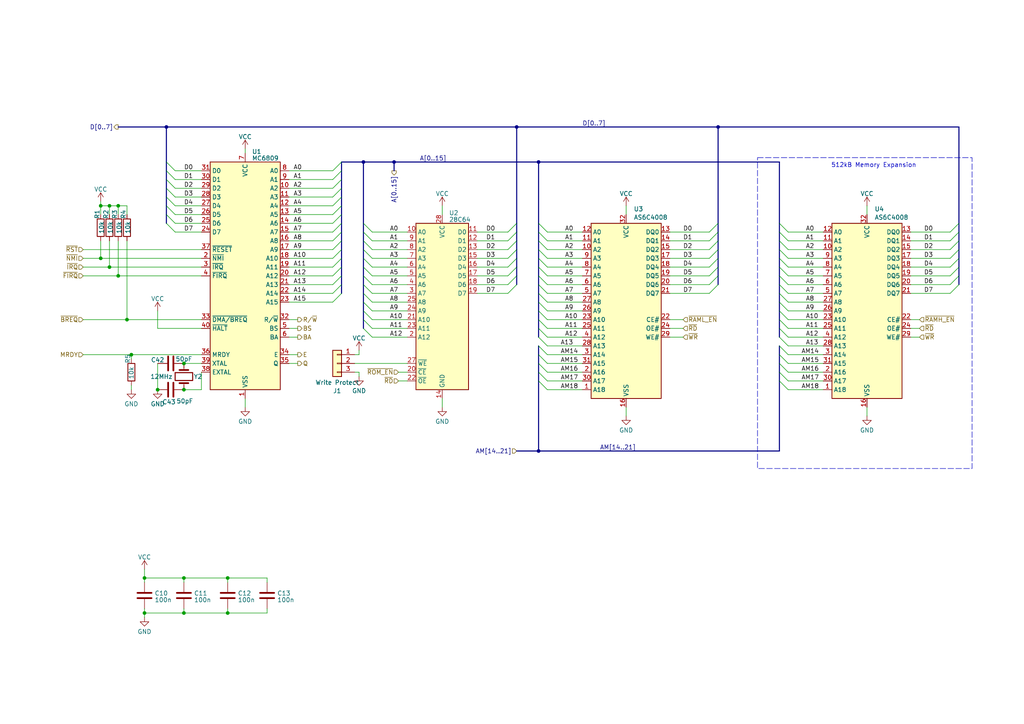
<source format=kicad_sch>
(kicad_sch (version 20231120) (generator "eeschema") (generator_version "8.0")
  (paper "A4")
  (lib_symbols
    (symbol "CPU_NXP_6800:MC6809"
      (property "Reference" "U" (at -7.62 34.29 0))
      (property "Value" "MC6809" (at 10.16 34.29 0))
      (symbol "MC6809_0_1"
        (rectangle (start -10.16 -33.02) (end 10.16 33.02) (stroke (width 0.254)) (fill (type background)))
      )
      (symbol "MC6809_1_1"
        (pin power_in line (at 0 -35.56 90) (length 2.54) (name "VSS") (number "1"))
        (pin output line (at 12.7 25.4 180) (length 2.54) (name "A2") (number "10"))
        (pin output line (at 12.7 22.86 180) (length 2.54) (name "A3") (number "11"))
        (pin output line (at 12.7 20.32 180) (length 2.54) (name "A4") (number "12"))
        (pin output line (at 12.7 17.78 180) (length 2.54) (name "A5") (number "13"))
        (pin output line (at 12.7 15.24 180) (length 2.54) (name "A6") (number "14"))
        (pin output line (at 12.7 12.7 180) (length 2.54) (name "A7") (number "15"))
        (pin output line (at 12.7 10.16 180) (length 2.54) (name "A8") (number "16"))
        (pin output line (at 12.7 7.62 180) (length 2.54) (name "A9") (number "17"))
        (pin output line (at 12.7 5.08 180) (length 2.54) (name "A10") (number "18"))
        (pin output line (at 12.7 2.54 180) (length 2.54) (name "A11") (number "19"))
        (pin input line (at -12.7 5.08 0) (length 2.54) (name "~{NMI}") (number "2"))
        (pin output line (at 12.7 0 180) (length 2.54) (name "A12") (number "20"))
        (pin output line (at 12.7 -2.54 180) (length 2.54) (name "A13") (number "21"))
        (pin output line (at 12.7 -5.08 180) (length 2.54) (name "A14") (number "22"))
        (pin output line (at 12.7 -7.62 180) (length 2.54) (name "A15") (number "23"))
        (pin bidirectional line (at -12.7 12.7 0) (length 2.54) (name "D7") (number "24"))
        (pin bidirectional line (at -12.7 15.24 0) (length 2.54) (name "D6") (number "25"))
        (pin bidirectional line (at -12.7 17.78 0) (length 2.54) (name "D5") (number "26"))
        (pin bidirectional line (at -12.7 20.32 0) (length 2.54) (name "D4") (number "27"))
        (pin bidirectional line (at -12.7 22.86 0) (length 2.54) (name "D3") (number "28"))
        (pin bidirectional line (at -12.7 25.4 0) (length 2.54) (name "D2") (number "29"))
        (pin input line (at -12.7 2.54 0) (length 2.54) (name "~{IRQ}") (number "3"))
        (pin bidirectional line (at -12.7 27.94 0) (length 2.54) (name "D1") (number "30"))
        (pin bidirectional line (at -12.7 30.48 0) (length 2.54) (name "D0") (number "31"))
        (pin output line (at 12.7 -12.7 180) (length 2.54) (name "R/~{W}") (number "32"))
        (pin input line (at -12.7 -12.7 0) (length 2.54) (name "~{DMA/BREQ}") (number "33"))
        (pin output line (at 12.7 -22.86 180) (length 2.54) (name "E") (number "34"))
        (pin output line (at 12.7 -25.4 180) (length 2.54) (name "Q") (number "35"))
        (pin input line (at -12.7 -22.86 0) (length 2.54) (name "MRDY") (number "36"))
        (pin input line (at -12.7 7.62 0) (length 2.54) (name "~{RESET}") (number "37"))
        (pin input line (at -12.7 -27.94 0) (length 2.54) (name "EXTAL") (number "38"))
        (pin input line (at -12.7 -25.4 0) (length 2.54) (name "XTAL") (number "39"))
        (pin input line (at -12.7 0 0) (length 2.54) (name "~{FIRQ}") (number "4"))
        (pin input line (at -12.7 -15.24 0) (length 2.54) (name "~{HALT}") (number "40"))
        (pin output line (at 12.7 -15.24 180) (length 2.54) (name "BS") (number "5"))
        (pin output line (at 12.7 -17.78 180) (length 2.54) (name "BA") (number "6"))
        (pin power_in line (at 0 35.56 270) (length 2.54) (name "VCC") (number "7"))
        (pin output line (at 12.7 30.48 180) (length 2.54) (name "A0") (number "8"))
        (pin output line (at 12.7 27.94 180) (length 2.54) (name "A1") (number "9"))
      )
    )
    (symbol "Connector_Generic:Conn_01x03" (pin_names (offset 1.016) hide)
      (property "Reference" "J" (at 0 5.08 0))
      (property "Value" "Conn_01x03" (at 0 -5.08 0))
      (symbol "Conn_01x03_1_1"
        (rectangle (start -1.27 -2.413) (end 0 -2.667) (stroke (width 0.1524)))
        (rectangle (start -1.27 0.127) (end 0 -0.127) (stroke (width 0.1524)))
        (rectangle (start -1.27 2.667) (end 0 2.413) (stroke (width 0.1524)))
        (rectangle (start -1.27 3.81) (end 1.27 -3.81) (stroke (width 0.254)) (fill (type background)))
        (pin passive line (at -5.08 2.54 0) (length 3.81) (name "Pin_1") (number "1"))
        (pin passive line (at -5.08 0 0) (length 3.81) (name "Pin_2") (number "2"))
        (pin passive line (at -5.08 -2.54 0) (length 3.81) (name "Pin_3") (number "3"))
      )
    )
    (symbol "Device:C" (pin_numbers hide) (pin_names (offset 0.254))
      (property "Reference" "C" (at 0.635 2.54 0))
      (property "Value" "C" (at 0.635 -2.54 0))
      (symbol "C_0_1"
        (polyline (pts (xy -2.032 -0.762) (xy 2.032 -0.762)) (stroke (width 0.508)))
        (polyline (pts (xy -2.032 0.762) (xy 2.032 0.762)) (stroke (width 0.508)))
      )
      (symbol "C_1_1"
        (pin passive line (at 0 3.81 270) (length 2.794) (name "~") (number "1"))
        (pin passive line (at 0 -3.81 90) (length 2.794) (name "~") (number "2"))
      )
    )
    (symbol "Device:Crystal" (pin_numbers hide) (pin_names (offset 1.016) hide)
      (property "Reference" "Y" (at 0 3.81 0))
      (property "Value" "Crystal" (at 0 -3.81 0))
      (symbol "Crystal_0_1"
        (rectangle (start -1.143 2.54) (end 1.143 -2.54) (stroke (width 0.3048)))
        (polyline (pts (xy -2.54 0) (xy -1.905 0)))
        (polyline (pts (xy -1.905 -1.27) (xy -1.905 1.27)) (stroke (width 0.508)))
        (polyline (pts (xy 1.905 -1.27) (xy 1.905 1.27)) (stroke (width 0.508)))
        (polyline (pts (xy 2.54 0) (xy 1.905 0)))
      )
      (symbol "Crystal_1_1"
        (pin passive line (at -3.81 0 0) (length 1.27) (name "1") (number "1"))
        (pin passive line (at 3.81 0 180) (length 1.27) (name "2") (number "2"))
      )
    )
    (symbol "Device:R" (pin_numbers hide) (pin_names (offset 0))
      (property "Reference" "R" (at 2.032 0 90))
      (property "Value" "R" (at 0 0 90))
      (symbol "R_0_1"
        (rectangle (start -1.016 -2.54) (end 1.016 2.54) (stroke (width 0.254)))
      )
      (symbol "R_1_1"
        (pin passive line (at 0 3.81 270) (length 1.27) (name "~") (number "1"))
        (pin passive line (at 0 -3.81 90) (length 1.27) (name "~") (number "2"))
      )
    )
    (symbol "Memory_EPROM:27C64"
      (property "Reference" "U2" (at 1.9559 25.8699 0))
      (property "Value" "28C64" (at 1.9559 23.9489 0))
      (symbol "27C64_1_1"
        (rectangle (start -7.62 22.86) (end 7.62 -25.4) (stroke (width 0.254)) (fill (type background)))
        (pin input line (at -10.16 20.32 0) (length 2.54) (name "A0") (number "10"))
        (pin tri_state line (at 10.16 20.32 180) (length 2.54) (name "D0") (number "11"))
        (pin tri_state line (at 10.16 17.78 180) (length 2.54) (name "D1") (number "12"))
        (pin tri_state line (at 10.16 15.24 180) (length 2.54) (name "D2") (number "13"))
        (pin power_in line (at 0 -27.94 90) (length 2.54) (name "GND") (number "14"))
        (pin tri_state line (at 10.16 12.7 180) (length 2.54) (name "D3") (number "15"))
        (pin tri_state line (at 10.16 10.16 180) (length 2.54) (name "D4") (number "16"))
        (pin tri_state line (at 10.16 7.62 180) (length 2.54) (name "D5") (number "17"))
        (pin tri_state line (at 10.16 5.08 180) (length 2.54) (name "D6") (number "18"))
        (pin tri_state line (at 10.16 2.54 180) (length 2.54) (name "D7") (number "19"))
        (pin input line (at -10.16 -10.16 0) (length 2.54) (name "A12") (number "2"))
        (pin input line (at -10.16 -20.32 0) (length 2.54) (name "~{CE}") (number "20"))
        (pin input line (at -10.16 -5.08 0) (length 2.54) (name "A10") (number "21"))
        (pin input line (at -10.16 -22.86 0) (length 2.54) (name "~{OE}") (number "22"))
        (pin input line (at -10.16 -7.62 0) (length 2.54) (name "A11") (number "23"))
        (pin input line (at -10.16 -2.54 0) (length 2.54) (name "A9") (number "24"))
        (pin input line (at -10.16 0 0) (length 2.54) (name "A8") (number "25"))
        (pin no_connect line (at 7.62 0 180) (length 2.54) hide (name "NC") (number "26"))
        (pin input line (at -10.16 -17.78 0) (length 2.54) (name "~{WE}") (number "27"))
        (pin power_in line (at 0 25.4 270) (length 2.54) (name "VCC") (number "28"))
        (pin input line (at -10.16 2.54 0) (length 2.54) (name "A7") (number "3"))
        (pin input line (at -10.16 5.08 0) (length 2.54) (name "A6") (number "4"))
        (pin input line (at -10.16 7.62 0) (length 2.54) (name "A5") (number "5"))
        (pin input line (at -10.16 10.16 0) (length 2.54) (name "A4") (number "6"))
        (pin input line (at -10.16 12.7 0) (length 2.54) (name "A3") (number "7"))
        (pin input line (at -10.16 15.24 0) (length 2.54) (name "A2") (number "8"))
        (pin input line (at -10.16 17.78 0) (length 2.54) (name "A1") (number "9"))
      )
    )
    (symbol "Memory_RAM:AS6C4008-55PCN"
      (property "Reference" "U" (at -10.16 26.035 0))
      (property "Value" "AS6C4008-55PCN" (at 2.54 26.035 0))
      (symbol "AS6C4008-55PCN_0_0"
        (pin power_in line (at 0 -27.94 90) (length 2.54) (name "VSS") (number "16"))
        (pin power_in line (at 0 27.94 270) (length 2.54) (name "VCC") (number "32"))
      )
      (symbol "AS6C4008-55PCN_0_1"
        (rectangle (start -10.16 25.4) (end 10.16 -25.4) (stroke (width 0.254)) (fill (type background)))
      )
      (symbol "AS6C4008-55PCN_1_1"
        (pin input line (at -12.7 -22.86 0) (length 2.54) (name "A18") (number "1"))
        (pin input line (at -12.7 17.78 0) (length 2.54) (name "A2") (number "10"))
        (pin input line (at -12.7 20.32 0) (length 2.54) (name "A1") (number "11"))
        (pin input line (at -12.7 22.86 0) (length 2.54) (name "A0") (number "12"))
        (pin tri_state line (at 12.7 22.86 180) (length 2.54) (name "DQ0") (number "13"))
        (pin tri_state line (at 12.7 20.32 180) (length 2.54) (name "DQ1") (number "14"))
        (pin tri_state line (at 12.7 17.78 180) (length 2.54) (name "DQ2") (number "15"))
        (pin tri_state line (at 12.7 15.24 180) (length 2.54) (name "DQ3") (number "17"))
        (pin tri_state line (at 12.7 12.7 180) (length 2.54) (name "DQ4") (number "18"))
        (pin tri_state line (at 12.7 10.16 180) (length 2.54) (name "DQ5") (number "19"))
        (pin input line (at -12.7 -17.78 0) (length 2.54) (name "A16") (number "2"))
        (pin tri_state line (at 12.7 7.62 180) (length 2.54) (name "DQ6") (number "20"))
        (pin tri_state line (at 12.7 5.08 180) (length 2.54) (name "DQ7") (number "21"))
        (pin input line (at 12.7 -2.54 180) (length 2.54) (name "CE#") (number "22"))
        (pin input line (at -12.7 -2.54 0) (length 2.54) (name "A10") (number "23"))
        (pin input line (at 12.7 -5.08 180) (length 2.54) (name "OE#") (number "24"))
        (pin input line (at -12.7 -5.08 0) (length 2.54) (name "A11") (number "25"))
        (pin input line (at -12.7 0 0) (length 2.54) (name "A9") (number "26"))
        (pin input line (at -12.7 2.54 0) (length 2.54) (name "A8") (number "27"))
        (pin input line (at -12.7 -10.16 0) (length 2.54) (name "A13") (number "28"))
        (pin input line (at 12.7 -7.62 180) (length 2.54) (name "WE#") (number "29"))
        (pin input line (at -12.7 -12.7 0) (length 2.54) (name "A14") (number "3"))
        (pin input line (at -12.7 -20.32 0) (length 2.54) (name "A17") (number "30"))
        (pin input line (at -12.7 -15.24 0) (length 2.54) (name "A15") (number "31"))
        (pin input line (at -12.7 -7.62 0) (length 2.54) (name "A12") (number "4"))
        (pin input line (at -12.7 5.08 0) (length 2.54) (name "A7") (number "5"))
        (pin input line (at -12.7 7.62 0) (length 2.54) (name "A6") (number "6"))
        (pin input line (at -12.7 10.16 0) (length 2.54) (name "A5") (number "7"))
        (pin input line (at -12.7 12.7 0) (length 2.54) (name "A4") (number "8"))
        (pin input line (at -12.7 15.24 0) (length 2.54) (name "A3") (number "9"))
      )
    )
    (symbol "power:GND" (power) (pin_names (offset 0))
      (property "Value" "GND" (at 0 -3.81 0))
      (symbol "GND_0_1"
        (polyline (pts (xy 0 0) (xy 0 -1.27) (xy 1.27 -1.27) (xy 0 -2.54) (xy -1.27 -1.27) (xy 0 -1.27)))
      )
      (symbol "GND_1_1"
        (pin power_in line (at 0 0 270) (length 0) hide (name "GND") (number "1"))
      )
    )
    (symbol "power:VCC" (power) (pin_names (offset 0))
      (property "Value" "VCC" (at 0 3.81 0))
      (symbol "VCC_0_1"
        (polyline (pts (xy -0.762 1.27) (xy 0 2.54)))
        (polyline (pts (xy 0 0) (xy 0 2.54)))
        (polyline (pts (xy 0 2.54) (xy 0.762 1.27)))
      )
      (symbol "VCC_1_1"
        (pin power_in line (at 0 0 90) (length 0) hide (name "VCC") (number "1"))
      )
    )
  )
  (bus_alias "" (members))
  (bus_alias "BUS" (members "{A[15..0]" "AM[23..13]" "D[7..0]" "~{RD}" "~{WR}" "E" "Q" "R/~{W}" "~{IRQ}" "~{FIRQ}" "~{NMI}" "~{RST}" "~{HALT}" "~{BREQ}" "MRDY" "BS" "BA" "~{ROM_EN}" "~{RAML_EN}" "~{RAMH_EN}}"))
  (bus_alias "CPU_BUS" (members "A[15..0]" "AM[23..13]" "D[7..0]" "~RD" "~WR" "E" "Q" "R/~W" "~IRQ" "~FIRQ" "~NMI" "~RST" "~HALT" "~BREQ" "MRDY" "BS" "BA" "~ROM_EN" "~RAML_EN" "~RAMH_EN"))
  (junction (at 31.75 59.69))
  (junction (at 41.91 177.8))
  (junction (at 29.21 74.93))
  (junction (at 156.21 46.99))
  (junction (at 29.21 59.69))
  (junction (at 156.21 130.81))
  (junction (at 66.04 167.64))
  (junction (at 41.91 167.64))
  (junction (at 36.83 92.71))
  (junction (at 34.29 80.01))
  (junction (at 53.34 177.8))
  (junction (at 34.29 59.69))
  (junction (at 45.72 113.03))
  (junction (at 105.41 46.99))
  (junction (at 149.86 36.83))
  (junction (at 53.34 167.64))
  (junction (at 53.34 105.41))
  (junction (at 114.3 46.99))
  (junction (at 208.28 36.83))
  (junction (at 48.26 36.83))
  (junction (at 66.04 177.8))
  (junction (at 38.1 102.87))
  (junction (at 31.75 77.47))
  (junction (at 53.34 113.03))
  (bus_entry (at 96.52 52.07) (size 2.54 -2.54))
  (bus_entry (at 226.06 67.31) (size 2.54 2.54))
  (bus_entry (at 105.41 64.77) (size 2.54 2.54))
  (bus_entry (at 147.32 77.47) (size 2.54 -2.54))
  (bus_entry (at 147.32 67.31) (size 2.54 -2.54))
  (bus_entry (at 278.13 67.31) (size -2.54 2.54))
  (bus_entry (at 96.52 49.53) (size 2.54 -2.54))
  (bus_entry (at 147.32 74.93) (size 2.54 -2.54))
  (bus_entry (at 208.28 80.01) (size -2.54 2.54))
  (bus_entry (at 48.26 46.99) (size 2.54 2.54))
  (bus_entry (at 156.21 85.09) (size 2.54 2.54))
  (bus_entry (at 147.32 69.85) (size 2.54 -2.54))
  (bus_entry (at 105.41 92.71) (size 2.54 2.54))
  (bus_entry (at 105.41 90.17) (size 2.54 2.54))
  (bus_entry (at 48.26 57.15) (size 2.54 2.54))
  (bus_entry (at 96.52 54.61) (size 2.54 -2.54))
  (bus_entry (at 96.52 69.85) (size 2.54 -2.54))
  (bus_entry (at 96.52 80.01) (size 2.54 -2.54))
  (bus_entry (at 226.06 107.95) (size 2.54 2.54))
  (bus_entry (at 278.13 82.55) (size -2.54 2.54))
  (bus_entry (at 226.06 87.63) (size 2.54 2.54))
  (bus_entry (at 96.52 77.47) (size 2.54 -2.54))
  (bus_entry (at 156.21 72.39) (size 2.54 2.54))
  (bus_entry (at 226.06 92.71) (size 2.54 2.54))
  (bus_entry (at 208.28 67.31) (size -2.54 2.54))
  (bus_entry (at 96.52 64.77) (size 2.54 -2.54))
  (bus_entry (at 278.13 64.77) (size -2.54 2.54))
  (bus_entry (at 278.13 69.85) (size -2.54 2.54))
  (bus_entry (at 226.06 82.55) (size 2.54 2.54))
  (bus_entry (at 278.13 72.39) (size -2.54 2.54))
  (bus_entry (at 226.06 74.93) (size 2.54 2.54))
  (bus_entry (at 208.28 77.47) (size -2.54 2.54))
  (bus_entry (at 147.32 85.09) (size 2.54 -2.54))
  (bus_entry (at 226.06 80.01) (size 2.54 2.54))
  (bus_entry (at 226.06 90.17) (size 2.54 2.54))
  (bus_entry (at 96.52 57.15) (size 2.54 -2.54))
  (bus_entry (at 226.06 105.41) (size 2.54 2.54))
  (bus_entry (at 156.21 82.55) (size 2.54 2.54))
  (bus_entry (at 226.06 102.87) (size 2.54 2.54))
  (bus_entry (at 105.41 87.63) (size 2.54 2.54))
  (bus_entry (at 156.21 90.17) (size 2.54 2.54))
  (bus_entry (at 156.21 105.41) (size 2.54 2.54))
  (bus_entry (at 226.06 97.79) (size 2.54 2.54))
  (bus_entry (at 156.21 95.25) (size 2.54 2.54))
  (bus_entry (at 156.21 74.93) (size 2.54 2.54))
  (bus_entry (at 156.21 107.95) (size 2.54 2.54))
  (bus_entry (at 96.52 74.93) (size 2.54 -2.54))
  (bus_entry (at 105.41 74.93) (size 2.54 2.54))
  (bus_entry (at 278.13 77.47) (size -2.54 2.54))
  (bus_entry (at 156.21 110.49) (size 2.54 2.54))
  (bus_entry (at 226.06 64.77) (size 2.54 2.54))
  (bus_entry (at 48.26 54.61) (size 2.54 2.54))
  (bus_entry (at 156.21 100.33) (size 2.54 2.54))
  (bus_entry (at 226.06 85.09) (size 2.54 2.54))
  (bus_entry (at 105.41 77.47) (size 2.54 2.54))
  (bus_entry (at 96.52 82.55) (size 2.54 -2.54))
  (bus_entry (at 156.21 67.31) (size 2.54 2.54))
  (bus_entry (at 278.13 74.93) (size -2.54 2.54))
  (bus_entry (at 48.26 59.69) (size 2.54 2.54))
  (bus_entry (at 156.21 87.63) (size 2.54 2.54))
  (bus_entry (at 105.41 80.01) (size 2.54 2.54))
  (bus_entry (at 226.06 95.25) (size 2.54 2.54))
  (bus_entry (at 147.32 72.39) (size 2.54 -2.54))
  (bus_entry (at 105.41 69.85) (size 2.54 2.54))
  (bus_entry (at 208.28 74.93) (size -2.54 2.54))
  (bus_entry (at 208.28 64.77) (size -2.54 2.54))
  (bus_entry (at 208.28 72.39) (size -2.54 2.54))
  (bus_entry (at 96.52 87.63) (size 2.54 -2.54))
  (bus_entry (at 96.52 85.09) (size 2.54 -2.54))
  (bus_entry (at 48.26 64.77) (size 2.54 2.54))
  (bus_entry (at 156.21 77.47) (size 2.54 2.54))
  (bus_entry (at 96.52 59.69) (size 2.54 -2.54))
  (bus_entry (at 156.21 80.01) (size 2.54 2.54))
  (bus_entry (at 226.06 110.49) (size 2.54 2.54))
  (bus_entry (at 226.06 100.33) (size 2.54 2.54))
  (bus_entry (at 226.06 72.39) (size 2.54 2.54))
  (bus_entry (at 105.41 67.31) (size 2.54 2.54))
  (bus_entry (at 156.21 97.79) (size 2.54 2.54))
  (bus_entry (at 278.13 80.01) (size -2.54 2.54))
  (bus_entry (at 156.21 102.87) (size 2.54 2.54))
  (bus_entry (at 147.32 80.01) (size 2.54 -2.54))
  (bus_entry (at 105.41 72.39) (size 2.54 2.54))
  (bus_entry (at 105.41 85.09) (size 2.54 2.54))
  (bus_entry (at 226.06 77.47) (size 2.54 2.54))
  (bus_entry (at 156.21 69.85) (size 2.54 2.54))
  (bus_entry (at 48.26 62.23) (size 2.54 2.54))
  (bus_entry (at 96.52 62.23) (size 2.54 -2.54))
  (bus_entry (at 105.41 95.25) (size 2.54 2.54))
  (bus_entry (at 156.21 64.77) (size 2.54 2.54))
  (bus_entry (at 96.52 72.39) (size 2.54 -2.54))
  (bus_entry (at 48.26 49.53) (size 2.54 2.54))
  (bus_entry (at 48.26 52.07) (size 2.54 2.54))
  (bus_entry (at 208.28 82.55) (size -2.54 2.54))
  (bus_entry (at 105.41 82.55) (size 2.54 2.54))
  (bus_entry (at 96.52 67.31) (size 2.54 -2.54))
  (bus_entry (at 156.21 92.71) (size 2.54 2.54))
  (bus_entry (at 208.28 69.85) (size -2.54 2.54))
  (bus_entry (at 147.32 82.55) (size 2.54 -2.54))
  (bus_entry (at 226.06 69.85) (size 2.54 2.54))
  (wire (pts (xy 83.82 59.69) (xy 96.52 59.69)))
  (wire (pts (xy 181.61 118.11) (xy 181.61 120.65)))
  (wire (pts (xy 228.6 97.79) (xy 238.76 97.79)))
  (wire (pts (xy 158.75 87.63) (xy 168.91 87.63)))
  (bus (pts (xy 149.86 77.47) (xy 149.86 80.01)))
  (wire (pts (xy 138.43 69.85) (xy 147.32 69.85)))
  (wire (pts (xy 228.6 95.25) (xy 238.76 95.25)))
  (bus (pts (xy 208.28 67.31) (xy 208.28 69.85)))
  (wire (pts (xy 107.95 67.31) (xy 118.11 67.31)))
  (bus (pts (xy 278.13 72.39) (xy 278.13 74.93)))
  (wire (pts (xy 158.75 69.85) (xy 168.91 69.85)))
  (wire (pts (xy 158.75 113.03) (xy 168.91 113.03)))
  (bus (pts (xy 149.86 64.77) (xy 149.86 67.31)))
  (wire (pts (xy 266.7 97.79) (xy 264.16 97.79)))
  (wire (pts (xy 71.12 43.18) (xy 71.12 44.45)))
  (bus (pts (xy 149.86 80.01) (xy 149.86 82.55)))
  (wire (pts (xy 228.6 77.47) (xy 238.76 77.47)))
  (bus (pts (xy 226.06 107.95) (xy 226.06 110.49)))
  (wire (pts (xy 86.36 92.71) (xy 83.82 92.71)))
  (bus (pts (xy 99.06 49.53) (xy 99.06 52.07)))
  (bus (pts (xy 156.21 90.17) (xy 156.21 92.71)))
  (wire (pts (xy 36.83 59.69) (xy 34.29 59.69)))
  (wire (pts (xy 29.21 58.42) (xy 29.21 59.69)))
  (wire (pts (xy 107.95 97.79) (xy 118.11 97.79)))
  (wire (pts (xy 24.13 92.71) (xy 36.83 92.71)))
  (wire (pts (xy 194.31 69.85) (xy 205.74 69.85)))
  (wire (pts (xy 83.82 57.15) (xy 96.52 57.15)))
  (bus (pts (xy 105.41 64.77) (xy 105.41 46.99)))
  (wire (pts (xy 83.82 72.39) (xy 96.52 72.39)))
  (wire (pts (xy 104.14 102.87) (xy 102.87 102.87)))
  (wire (pts (xy 31.75 59.69) (xy 31.75 62.23)))
  (bus (pts (xy 226.06 100.33) (xy 226.06 102.87)))
  (wire (pts (xy 158.75 105.41) (xy 168.91 105.41)))
  (wire (pts (xy 24.13 102.87) (xy 38.1 102.87)))
  (bus (pts (xy 208.28 36.83) (xy 208.28 64.77)))
  (bus (pts (xy 208.28 36.83) (xy 278.13 36.83)))
  (wire (pts (xy 45.72 95.25) (xy 45.72 90.17)))
  (bus (pts (xy 105.41 85.09) (xy 105.41 87.63)))
  (wire (pts (xy 228.6 87.63) (xy 238.76 87.63)))
  (bus (pts (xy 156.21 87.63) (xy 156.21 90.17)))
  (wire (pts (xy 158.75 100.33) (xy 168.91 100.33)))
  (bus (pts (xy 278.13 80.01) (xy 278.13 82.55)))
  (wire (pts (xy 158.75 67.31) (xy 168.91 67.31)))
  (bus (pts (xy 226.06 95.25) (xy 226.06 97.79)))
  (wire (pts (xy 58.42 95.25) (xy 45.72 95.25)))
  (wire (pts (xy 228.6 92.71) (xy 238.76 92.71)))
  (bus (pts (xy 149.86 74.93) (xy 149.86 77.47)))
  (wire (pts (xy 66.04 177.8) (xy 66.04 176.53)))
  (wire (pts (xy 45.72 105.41) (xy 45.72 113.03)))
  (bus (pts (xy 156.21 80.01) (xy 156.21 82.55)))
  (wire (pts (xy 77.47 177.8) (xy 77.47 176.53)))
  (wire (pts (xy 158.75 77.47) (xy 168.91 77.47)))
  (wire (pts (xy 77.47 167.64) (xy 77.47 168.91)))
  (wire (pts (xy 264.16 74.93) (xy 275.59 74.93)))
  (wire (pts (xy 83.82 74.93) (xy 96.52 74.93)))
  (bus (pts (xy 156.21 64.77) (xy 156.21 67.31)))
  (wire (pts (xy 128.27 59.69) (xy 128.27 62.23)))
  (bus (pts (xy 156.21 46.99) (xy 114.3 46.99)))
  (wire (pts (xy 104.14 107.95) (xy 104.14 109.22)))
  (wire (pts (xy 158.75 97.79) (xy 168.91 97.79)))
  (bus (pts (xy 99.06 46.99) (xy 99.06 49.53)))
  (wire (pts (xy 34.29 80.01) (xy 58.42 80.01)))
  (bus (pts (xy 226.06 87.63) (xy 226.06 90.17)))
  (bus (pts (xy 226.06 69.85) (xy 226.06 72.39)))
  (wire (pts (xy 158.75 107.95) (xy 168.91 107.95)))
  (bus (pts (xy 156.21 74.93) (xy 156.21 77.47)))
  (bus (pts (xy 226.06 67.31) (xy 226.06 69.85)))
  (bus (pts (xy 48.26 36.83) (xy 48.26 46.99)))
  (bus (pts (xy 278.13 64.77) (xy 278.13 36.83)))
  (wire (pts (xy 83.82 49.53) (xy 96.52 49.53)))
  (wire (pts (xy 38.1 111.76) (xy 38.1 113.03)))
  (bus (pts (xy 149.86 36.83) (xy 149.86 64.77)))
  (wire (pts (xy 198.12 95.25) (xy 194.31 95.25)))
  (wire (pts (xy 36.83 92.71) (xy 58.42 92.71)))
  (wire (pts (xy 228.6 74.93) (xy 238.76 74.93)))
  (bus (pts (xy 114.3 46.99) (xy 105.41 46.99)))
  (bus (pts (xy 99.06 52.07) (xy 99.06 54.61)))
  (wire (pts (xy 228.6 107.95) (xy 238.76 107.95)))
  (wire (pts (xy 107.95 87.63) (xy 118.11 87.63)))
  (wire (pts (xy 228.6 105.41) (xy 238.76 105.41)))
  (bus (pts (xy 105.41 92.71) (xy 105.41 95.25)))
  (wire (pts (xy 138.43 67.31) (xy 147.32 67.31)))
  (bus (pts (xy 99.06 62.23) (xy 99.06 64.77)))
  (bus (pts (xy 48.26 52.07) (xy 48.26 49.53)))
  (wire (pts (xy 158.75 80.01) (xy 168.91 80.01)))
  (bus (pts (xy 99.06 57.15) (xy 99.06 59.69)))
  (wire (pts (xy 53.34 105.41) (xy 58.42 105.41)))
  (wire (pts (xy 107.95 69.85) (xy 118.11 69.85)))
  (wire (pts (xy 83.82 87.63) (xy 96.52 87.63)))
  (wire (pts (xy 266.7 95.25) (xy 264.16 95.25)))
  (bus (pts (xy 156.21 77.47) (xy 156.21 80.01)))
  (bus (pts (xy 105.41 82.55) (xy 105.41 85.09)))
  (wire (pts (xy 31.75 69.85) (xy 31.75 77.47)))
  (wire (pts (xy 38.1 102.87) (xy 38.1 104.14)))
  (bus (pts (xy 226.06 105.41) (xy 226.06 107.95)))
  (bus (pts (xy 208.28 77.47) (xy 208.28 80.01)))
  (wire (pts (xy 50.8 54.61) (xy 58.42 54.61)))
  (wire (pts (xy 264.16 77.47) (xy 275.59 77.47)))
  (wire (pts (xy 83.82 80.01) (xy 96.52 80.01)))
  (bus (pts (xy 156.21 95.25) (xy 156.21 97.79)))
  (wire (pts (xy 34.29 59.69) (xy 34.29 62.23)))
  (bus (pts (xy 99.06 69.85) (xy 99.06 72.39)))
  (wire (pts (xy 31.75 59.69) (xy 29.21 59.69)))
  (bus (pts (xy 156.21 64.77) (xy 156.21 46.99)))
  (bus (pts (xy 278.13 67.31) (xy 278.13 69.85)))
  (wire (pts (xy 138.43 85.09) (xy 147.32 85.09)))
  (bus (pts (xy 156.21 102.87) (xy 156.21 105.41)))
  (wire (pts (xy 228.6 102.87) (xy 238.76 102.87)))
  (wire (pts (xy 24.13 72.39) (xy 58.42 72.39)))
  (wire (pts (xy 107.95 77.47) (xy 118.11 77.47)))
  (wire (pts (xy 107.95 72.39) (xy 118.11 72.39)))
  (wire (pts (xy 53.34 167.64) (xy 66.04 167.64)))
  (wire (pts (xy 228.6 100.33) (xy 238.76 100.33)))
  (wire (pts (xy 107.95 85.09) (xy 118.11 85.09)))
  (wire (pts (xy 158.75 82.55) (xy 168.91 82.55)))
  (wire (pts (xy 138.43 74.93) (xy 147.32 74.93)))
  (bus (pts (xy 99.06 80.01) (xy 99.06 82.55)))
  (wire (pts (xy 83.82 64.77) (xy 96.52 64.77)))
  (wire (pts (xy 53.34 177.8) (xy 53.34 176.53)))
  (bus (pts (xy 99.06 74.93) (xy 99.06 77.47)))
  (wire (pts (xy 194.31 82.55) (xy 205.74 82.55)))
  (wire (pts (xy 107.95 80.01) (xy 118.11 80.01)))
  (bus (pts (xy 99.06 82.55) (xy 99.06 85.09)))
  (wire (pts (xy 41.91 177.8) (xy 53.34 177.8)))
  (bus (pts (xy 105.41 80.01) (xy 105.41 82.55)))
  (wire (pts (xy 50.8 52.07) (xy 58.42 52.07)))
  (wire (pts (xy 41.91 167.64) (xy 53.34 167.64)))
  (wire (pts (xy 41.91 177.8) (xy 41.91 179.07)))
  (bus (pts (xy 105.41 77.47) (xy 105.41 80.01)))
  (bus (pts (xy 105.41 87.63) (xy 105.41 90.17)))
  (wire (pts (xy 158.75 90.17) (xy 168.91 90.17)))
  (bus (pts (xy 226.06 102.87) (xy 226.06 105.41)))
  (bus (pts (xy 48.26 54.61) (xy 48.26 52.07)))
  (wire (pts (xy 264.16 69.85) (xy 275.59 69.85)))
  (wire (pts (xy 194.31 74.93) (xy 205.74 74.93)))
  (wire (pts (xy 107.95 74.93) (xy 118.11 74.93)))
  (bus (pts (xy 278.13 69.85) (xy 278.13 72.39)))
  (wire (pts (xy 115.57 107.95) (xy 118.11 107.95)))
  (bus (pts (xy 156.21 72.39) (xy 156.21 74.93)))
  (bus (pts (xy 149.86 130.81) (xy 156.21 130.81)))
  (wire (pts (xy 198.12 92.71) (xy 194.31 92.71)))
  (wire (pts (xy 50.8 64.77) (xy 58.42 64.77)))
  (bus (pts (xy 156.21 69.85) (xy 156.21 72.39)))
  (bus (pts (xy 156.21 130.81) (xy 156.21 110.49)))
  (wire (pts (xy 83.82 85.09) (xy 96.52 85.09)))
  (wire (pts (xy 24.13 80.01) (xy 34.29 80.01)))
  (bus (pts (xy 99.06 77.47) (xy 99.06 80.01)))
  (wire (pts (xy 66.04 167.64) (xy 66.04 168.91)))
  (wire (pts (xy 86.36 105.41) (xy 83.82 105.41)))
  (bus (pts (xy 226.06 130.81) (xy 156.21 130.81)))
  (bus (pts (xy 226.06 80.01) (xy 226.06 82.55)))
  (bus (pts (xy 226.06 77.47) (xy 226.06 80.01)))
  (wire (pts (xy 228.6 72.39) (xy 238.76 72.39)))
  (wire (pts (xy 34.29 69.85) (xy 34.29 80.01)))
  (wire (pts (xy 158.75 110.49) (xy 168.91 110.49)))
  (wire (pts (xy 50.8 62.23) (xy 58.42 62.23)))
  (bus (pts (xy 226.06 85.09) (xy 226.06 87.63)))
  (wire (pts (xy 158.75 72.39) (xy 168.91 72.39)))
  (wire (pts (xy 41.91 165.1) (xy 41.91 167.64)))
  (bus (pts (xy 208.28 69.85) (xy 208.28 72.39)))
  (bus (pts (xy 48.26 62.23) (xy 48.26 59.69)))
  (wire (pts (xy 24.13 77.47) (xy 31.75 77.47)))
  (bus (pts (xy 149.86 36.83) (xy 208.28 36.83)))
  (bus (pts (xy 105.41 72.39) (xy 105.41 74.93)))
  (wire (pts (xy 50.8 49.53) (xy 58.42 49.53)))
  (bus (pts (xy 208.28 64.77) (xy 208.28 67.31)))
  (wire (pts (xy 138.43 80.01) (xy 147.32 80.01)))
  (wire (pts (xy 53.34 177.8) (xy 66.04 177.8)))
  (wire (pts (xy 266.7 92.71) (xy 264.16 92.71)))
  (bus (pts (xy 48.26 64.77) (xy 48.26 62.23)))
  (bus (pts (xy 156.21 82.55) (xy 156.21 85.09)))
  (wire (pts (xy 86.36 95.25) (xy 83.82 95.25)))
  (wire (pts (xy 71.12 115.57) (xy 71.12 118.11)))
  (bus (pts (xy 149.86 69.85) (xy 149.86 72.39)))
  (bus (pts (xy 156.21 46.99) (xy 226.06 46.99)))
  (bus (pts (xy 208.28 72.39) (xy 208.28 74.93)))
  (bus (pts (xy 156.21 85.09) (xy 156.21 87.63)))
  (wire (pts (xy 158.75 74.93) (xy 168.91 74.93)))
  (bus (pts (xy 105.41 67.31) (xy 105.41 69.85)))
  (wire (pts (xy 24.13 74.93) (xy 29.21 74.93)))
  (bus (pts (xy 208.28 80.01) (xy 208.28 82.55)))
  (wire (pts (xy 83.82 54.61) (xy 96.52 54.61)))
  (wire (pts (xy 83.82 52.07) (xy 96.52 52.07)))
  (wire (pts (xy 102.87 105.41) (xy 118.11 105.41)))
  (wire (pts (xy 83.82 82.55) (xy 96.52 82.55)))
  (wire (pts (xy 228.6 69.85) (xy 238.76 69.85)))
  (wire (pts (xy 83.82 77.47) (xy 96.52 77.47)))
  (wire (pts (xy 194.31 67.31) (xy 205.74 67.31)))
  (bus (pts (xy 99.06 67.31) (xy 99.06 69.85)))
  (wire (pts (xy 158.75 92.71) (xy 168.91 92.71)))
  (wire (pts (xy 228.6 113.03) (xy 238.76 113.03)))
  (wire (pts (xy 102.87 107.95) (xy 104.14 107.95)))
  (bus (pts (xy 226.06 72.39) (xy 226.06 74.93)))
  (wire (pts (xy 138.43 72.39) (xy 147.32 72.39)))
  (wire (pts (xy 29.21 59.69) (xy 29.21 62.23)))
  (wire (pts (xy 264.16 67.31) (xy 275.59 67.31)))
  (wire (pts (xy 264.16 82.55) (xy 275.59 82.55)))
  (bus (pts (xy 149.86 67.31) (xy 149.86 69.85)))
  (wire (pts (xy 107.95 95.25) (xy 118.11 95.25)))
  (bus (pts (xy 226.06 74.93) (xy 226.06 77.47)))
  (wire (pts (xy 58.42 113.03) (xy 58.42 107.95)))
  (bus (pts (xy 156.21 107.95) (xy 156.21 110.49)))
  (wire (pts (xy 138.43 82.55) (xy 147.32 82.55)))
  (wire (pts (xy 86.36 102.87) (xy 83.82 102.87)))
  (wire (pts (xy 31.75 77.47) (xy 58.42 77.47)))
  (wire (pts (xy 264.16 72.39) (xy 275.59 72.39)))
  (bus (pts (xy 226.06 90.17) (xy 226.06 92.71)))
  (bus (pts (xy 156.21 105.41) (xy 156.21 107.95)))
  (bus (pts (xy 114.3 49.53) (xy 114.3 46.99)))
  (wire (pts (xy 107.95 82.55) (xy 118.11 82.55)))
  (wire (pts (xy 29.21 74.93) (xy 58.42 74.93)))
  (wire (pts (xy 251.46 118.11) (xy 251.46 120.65)))
  (bus (pts (xy 278.13 74.93) (xy 278.13 77.47)))
  (bus (pts (xy 156.21 67.31) (xy 156.21 69.85)))
  (bus (pts (xy 48.26 59.69) (xy 48.26 57.15)))
  (wire (pts (xy 38.1 102.87) (xy 58.42 102.87)))
  (wire (pts (xy 34.29 59.69) (xy 31.75 59.69)))
  (bus (pts (xy 99.06 72.39) (xy 99.06 74.93)))
  (bus (pts (xy 105.41 64.77) (xy 105.41 67.31)))
  (bus (pts (xy 105.41 69.85) (xy 105.41 72.39)))
  (bus (pts (xy 156.21 100.33) (xy 156.21 102.87)))
  (wire (pts (xy 138.43 77.47) (xy 147.32 77.47)))
  (wire (pts (xy 83.82 67.31) (xy 96.52 67.31)))
  (bus (pts (xy 48.26 57.15) (xy 48.26 54.61)))
  (wire (pts (xy 86.36 97.79) (xy 83.82 97.79)))
  (bus (pts (xy 48.26 49.53) (xy 48.26 46.99)))
  (bus (pts (xy 226.06 46.99) (xy 226.06 64.77)))
  (wire (pts (xy 194.31 72.39) (xy 205.74 72.39)))
  (bus (pts (xy 278.13 64.77) (xy 278.13 67.31)))
  (wire (pts (xy 50.8 59.69) (xy 58.42 59.69)))
  (wire (pts (xy 198.12 97.79) (xy 194.31 97.79)))
  (bus (pts (xy 208.28 74.93) (xy 208.28 77.47)))
  (bus (pts (xy 105.41 74.93) (xy 105.41 77.47)))
  (wire (pts (xy 264.16 80.01) (xy 275.59 80.01)))
  (wire (pts (xy 115.57 110.49) (xy 118.11 110.49)))
  (wire (pts (xy 41.91 167.64) (xy 41.91 168.91)))
  (bus (pts (xy 105.41 46.99) (xy 99.06 46.99)))
  (wire (pts (xy 228.6 67.31) (xy 238.76 67.31)))
  (bus (pts (xy 99.06 59.69) (xy 99.06 62.23)))
  (wire (pts (xy 251.46 59.69) (xy 251.46 62.23)))
  (wire (pts (xy 83.82 62.23) (xy 96.52 62.23)))
  (wire (pts (xy 50.8 67.31) (xy 58.42 67.31)))
  (wire (pts (xy 158.75 85.09) (xy 168.91 85.09)))
  (bus (pts (xy 105.41 90.17) (xy 105.41 92.71)))
  (wire (pts (xy 104.14 101.6) (xy 104.14 102.87)))
  (bus (pts (xy 34.29 36.83) (xy 48.26 36.83)))
  (bus (pts (xy 48.26 36.83) (xy 149.86 36.83)))
  (wire (pts (xy 107.95 90.17) (xy 118.11 90.17)))
  (wire (pts (xy 228.6 110.49) (xy 238.76 110.49)))
  (wire (pts (xy 158.75 102.87) (xy 168.91 102.87)))
  (wire (pts (xy 53.34 167.64) (xy 53.34 168.91)))
  (wire (pts (xy 158.75 95.25) (xy 168.91 95.25)))
  (wire (pts (xy 66.04 177.8) (xy 77.47 177.8)))
  (wire (pts (xy 264.16 85.09) (xy 275.59 85.09)))
  (wire (pts (xy 194.31 85.09) (xy 205.74 85.09)))
  (wire (pts (xy 194.31 80.01) (xy 205.74 80.01)))
  (wire (pts (xy 66.04 167.64) (xy 77.47 167.64)))
  (wire (pts (xy 194.31 77.47) (xy 205.74 77.47)))
  (wire (pts (xy 228.6 80.01) (xy 238.76 80.01)))
  (wire (pts (xy 107.95 92.71) (xy 118.11 92.71)))
  (bus (pts (xy 99.06 54.61) (xy 99.06 57.15)))
  (bus (pts (xy 149.86 72.39) (xy 149.86 74.93)))
  (wire (pts (xy 36.83 59.69) (xy 36.83 62.23)))
  (wire (pts (xy 228.6 82.55) (xy 238.76 82.55)))
  (bus (pts (xy 99.06 64.77) (xy 99.06 67.31)))
  (wire (pts (xy 181.61 59.69) (xy 181.61 62.23)))
  (wire (pts (xy 29.21 69.85) (xy 29.21 74.93)))
  (bus (pts (xy 226.06 92.71) (xy 226.06 95.25)))
  (bus (pts (xy 226.06 82.55) (xy 226.06 85.09)))
  (wire (pts (xy 128.27 115.57) (xy 128.27 118.11)))
  (bus (pts (xy 156.21 92.71) (xy 156.21 95.25)))
  (bus (pts (xy 226.06 64.77) (xy 226.06 67.31)))
  (wire (pts (xy 228.6 85.09) (xy 238.76 85.09)))
  (wire (pts (xy 41.91 176.53) (xy 41.91 177.8)))
  (bus (pts (xy 226.06 110.49) (xy 226.06 130.81)))
  (wire (pts (xy 50.8 57.15) (xy 58.42 57.15)))
  (wire (pts (xy 53.34 113.03) (xy 58.42 113.03)))
  (wire (pts (xy 228.6 90.17) (xy 238.76 90.17)))
  (wire (pts (xy 83.82 69.85) (xy 96.52 69.85)))
  (wire (pts (xy 36.83 69.85) (xy 36.83 92.71)))
  (bus (pts (xy 278.13 77.47) (xy 278.13 80.01)))
  (rectangle (start 219.71 45.72) (end 281.94 135.89) (stroke (width 0) (type dash)))
  (text "512kB Memory Expansion" (at 241.046 48.768 0) (effects (font (size 1.27 1.27)) (justify left bottom)))
  (label "A9" (at 85.09 72.39 0))
  (label "D4" (at 198.12 77.47 0))
  (label "AM18" (at 232.41 113.03 0))
  (label "AM16" (at 162.56 107.95 0))
  (label "A11" (at 233.68 95.25 0))
  (label "A7" (at 113.03 85.09 0))
  (label "A6" (at 113.03 82.55 0))
  (label "A15" (at 85.09 87.63 0))
  (label "A12" (at 233.68 97.79 0))
  (label "AM17" (at 162.56 110.49 0))
  (label "D5" (at 267.97 80.01 0))
  (label "A3" (at 85.09 57.15 0))
  (label "AM[14..21]" (at 173.99 130.81 0))
  (label "A1" (at 233.68 69.85 0))
  (label "A9" (at 163.83 90.17 0))
  (label "A2" (at 85.09 54.61 0))
  (label "D1" (at 53.34 52.07 0))
  (label "D1" (at 140.97 69.85 0))
  (label "A0" (at 163.83 67.31 0))
  (label "AM16" (at 232.41 107.95 0))
  (label "A5" (at 85.09 62.23 0))
  (label "A4" (at 85.09 59.69 0))
  (label "D4" (at 140.97 77.47 0))
  (label "D1" (at 267.97 69.85 0))
  (label "D6" (at 140.97 82.55 0))
  (label "A11" (at 113.03 95.25 0))
  (label "D5" (at 140.97 80.01 0))
  (label "A8" (at 85.09 69.85 0))
  (label "D7" (at 198.12 85.09 0))
  (label "A10" (at 113.03 92.71 0))
  (label "D0" (at 267.97 67.31 0))
  (label "D2" (at 140.97 72.39 0))
  (label "A12" (at 85.09 80.01 0))
  (label "D[0..7]" (at 168.91 36.83 0))
  (label "D7" (at 267.97 85.09 0))
  (label "A0" (at 233.68 67.31 0))
  (label "D5" (at 53.34 62.23 0))
  (label "D6" (at 53.34 64.77 0))
  (label "A4" (at 233.68 77.47 0))
  (label "D3" (at 140.97 74.93 0))
  (label "A11" (at 163.83 95.25 0))
  (label "A8" (at 163.83 87.63 0))
  (label "A1" (at 163.83 69.85 0))
  (label "A7" (at 233.68 85.09 0))
  (label "D2" (at 53.34 54.61 0))
  (label "A1" (at 113.03 69.85 0))
  (label "D3" (at 53.34 57.15 0))
  (label "A12" (at 163.83 97.79 0))
  (label "D2" (at 267.97 72.39 0))
  (label "A3" (at 113.03 74.93 0))
  (label "D4" (at 267.97 77.47 0))
  (label "AM18" (at 162.56 113.03 0))
  (label "A9" (at 233.68 90.17 0))
  (label "A4" (at 113.03 77.47 0))
  (label "D7" (at 53.34 67.31 0))
  (label "A5" (at 163.83 80.01 0))
  (label "A9" (at 113.03 90.17 0))
  (label "D3" (at 198.12 74.93 0))
  (label "A6" (at 233.68 82.55 0))
  (label "AM15" (at 232.41 105.41 0))
  (label "D7" (at 140.97 85.09 0))
  (label "A4" (at 163.83 77.47 0))
  (label "A3" (at 233.68 74.93 0))
  (label "D6" (at 198.12 82.55 0))
  (label "A3" (at 163.83 74.93 0))
  (label "A10" (at 163.83 92.71 0))
  (label "A2" (at 163.83 72.39 0))
  (label "D3" (at 267.97 74.93 0))
  (label "A8" (at 233.68 87.63 0))
  (label "A12" (at 113.03 97.79 0))
  (label "D0" (at 53.34 49.53 0))
  (label "A0" (at 85.09 49.53 0))
  (label "A5" (at 113.03 80.01 0))
  (label "A5" (at 233.68 80.01 0))
  (label "D6" (at 267.97 82.55 0))
  (label "A11" (at 85.09 77.47 0))
  (label "D0" (at 140.97 67.31 0))
  (label "A10" (at 233.68 92.71 0))
  (label "A13" (at 162.56 100.33 0))
  (label "A6" (at 85.09 64.77 0))
  (label "A13" (at 85.09 82.55 0))
  (label "A[0..15]" (at 129.54 46.99 180))
  (label "D4" (at 53.34 59.69 0))
  (label "A2" (at 113.03 72.39 0))
  (label "AM15" (at 162.56 105.41 0))
  (label "AM14" (at 232.41 102.87 0))
  (label "A1" (at 85.09 52.07 0))
  (label "A13" (at 233.68 100.33 0))
  (label "A2" (at 233.68 72.39 0))
  (label "A0" (at 113.03 67.31 0))
  (label "A7" (at 163.83 85.09 0))
  (label "D1" (at 198.12 69.85 0))
  (label "A7" (at 85.09 67.31 0))
  (label "D5" (at 198.12 80.01 0))
  (label "A10" (at 85.09 74.93 0))
  (label "A6" (at 163.83 82.55 0))
  (label "A8" (at 113.03 87.63 0))
  (label "AM14" (at 162.56 102.87 0))
  (label "D2" (at 198.12 72.39 0))
  (label "AM17" (at 232.41 110.49 0))
  (label "A14" (at 85.09 85.09 0))
  (label "D0" (at 198.12 67.31 0))
  (hierarchical_label "R{slash}~{W}" (shape output) (at 86.36 92.71 0))
  (hierarchical_label "~{RAML_EN}" (shape input) (at 198.12 92.71 0))
  (hierarchical_label "~{FIRQ}" (shape input) (at 24.13 80.01 180))
  (hierarchical_label "BA" (shape output) (at 86.36 97.79 0))
  (hierarchical_label "BS" (shape output) (at 86.36 95.25 0))
  (hierarchical_label "E" (shape output) (at 86.36 102.87 0))
  (hierarchical_label "~{NMI}" (shape input) (at 24.13 74.93 180))
  (hierarchical_label "~{RST}" (shape input) (at 24.13 72.39 180))
  (hierarchical_label "~{ROM_EN}" (shape input) (at 115.57 107.95 180))
  (hierarchical_label "MRDY" (shape input) (at 24.13 102.87 180))
  (hierarchical_label "~{RAMH_EN}" (shape input) (at 266.7 92.71 0))
  (hierarchical_label "~{WR}" (shape input) (at 266.7 97.79 0))
  (hierarchical_label "~{BREQ}" (shape input) (at 24.13 92.71 180))
  (hierarchical_label "AM[14..21]" (shape input) (at 149.86 130.81 180))
  (hierarchical_label "~{RD}" (shape input) (at 266.7 95.25 0))
  (hierarchical_label "Q" (shape output) (at 86.36 105.41 0))
  (hierarchical_label "A[0..15]" (shape output) (at 114.3 49.53 270))
  (hierarchical_label "D[0..7]" (shape output) (at 34.29 36.83 180))
  (hierarchical_label "~{RD}" (shape input) (at 198.12 95.25 0))
  (hierarchical_label "~{RD}" (shape input) (at 115.57 110.49 180))
  (hierarchical_label "~{WR}" (shape input) (at 198.12 97.79 0))
  (hierarchical_label "~{IRQ}" (shape input) (at 24.13 77.47 180))
  (symbol (lib_id "power:GND") (at 71.12 118.11 0) (unit 1)
    (property "Reference" "#PWR02" (effects (hide yes)))
    (property "Value" "GND" (at 71.12 122.2455 0))
  )
  (symbol (lib_id "Device:C") (at 49.53 105.41 270) (mirror x) (unit 1)
    (property "Reference" "C42" (at 45.72 104.394 90))
    (property "Value" "50pF" (at 53.34 104.14 90))
    (property "Footprint" "Capacitor_THT:C_Disc_D5.0mm_W2.5mm_P2.50mm" (effects (hide yes)))
  )
  (symbol (lib_id "Device:Crystal") (at 53.34 109.22 270) (mirror x) (unit 1)
    (property "Reference" "Y2" (at 58.674 109.22 90) (effects (justify right)))
    (property "Value" "12MHz" (at 50.038 109.22 90) (effects (justify right)))
    (property "Footprint" "Crystal:Crystal_HC49-U_Vertical" (effects (hide yes)))
    (property "Description" "Two pin crystal" (effects (hide yes)))
  )
  (symbol (lib_id "Memory_RAM:AS6C4008-55PCN") (at 251.46 90.17 0) (unit 1)
    (property "Reference" "U4" (at 253.6541 60.6255 0) (effects (justify left)))
    (property "Value" "AS6C4008" (at 253.6541 63.0498 0) (effects (justify left)))
    (property "Footprint" "Package_DIP:DIP-32_W15.24mm_Socket" (effects (hide yes)))
    (property "Datasheet" "https://www.alliancememory.com/wp-content/uploads/pdf/AS6C4008.pdf" (effects (hide yes)))
  )
  (symbol (lib_id "power:VCC") (at 104.14 101.6 0) (unit 1)
    (property "Reference" "#PWR099" (effects (hide yes)))
    (property "Value" "VCC" (at 104.14 98.0981 0))
  )
  (symbol (lib_id "power:VCC") (at 71.12 43.18 0) (unit 1)
    (property "Reference" "#PWR01" (effects (hide yes)))
    (property "Value" "VCC" (at 71.12 39.6781 0))
  )
  (symbol (lib_id "Connector_Generic:Conn_01x03") (at 97.79 105.41 0) (mirror y) (unit 1)
    (property "Reference" "J1" (at 97.79 113.3645 0))
    (property "Value" "Write Protect" (at 97.79 110.9402 0))
    (property "Footprint" "Connector_PinHeader_2.54mm:PinHeader_1x03_P2.54mm_Vertical" (effects (hide yes)))
    (property "Description" "Generic connector, single row, 01x03, script generated (kicad-library-utils/schlib/autogen/connector/)" (effects (hide yes)))
  )
  (symbol (lib_id "power:GND") (at 104.14 109.22 0) (unit 1)
    (property "Reference" "#PWR012" (effects (hide yes)))
    (property "Value" "GND" (at 104.14 113.3555 0))
  )
  (symbol (lib_id "power:GND") (at 38.1 113.03 0) (unit 1)
    (property "Reference" "#PWR017" (effects (hide yes)))
    (property "Value" "GND" (at 38.1 117.1655 0))
  )
  (symbol (lib_id "Device:C") (at 66.04 172.72 0) (unit 1)
    (property "Reference" "C12" (at 68.961 172.0763 0) (effects (justify left)))
    (property "Value" "100n" (at 68.961 173.9973 0) (effects (justify left)))
    (property "Footprint" "Capacitor_THT:C_Disc_D5.0mm_W2.5mm_P2.50mm" (effects (hide yes)))
  )
  (symbol (lib_id "Device:C") (at 41.91 172.72 0) (unit 1)
    (property "Reference" "C10" (at 44.831 172.0763 0) (effects (justify left)))
    (property "Value" "100n" (at 44.831 173.9973 0) (effects (justify left)))
    (property "Footprint" "Capacitor_THT:C_Disc_D5.0mm_W2.5mm_P2.50mm" (effects (hide yes)))
  )
  (symbol (lib_id "power:GND") (at 45.72 113.03 0) (unit 1)
    (property "Reference" "#PWR0109" (effects (hide yes)))
    (property "Value" "GND" (at 45.72 117.1655 0))
  )
  (symbol (lib_id "Memory_EPROM:27C64") (at 128.27 87.63 0) (unit 1)
    (property "Reference" "U2" (at 130.2259 61.7601 0) (effects (justify left)))
    (property "Value" "28C64" (at 130.2259 63.6811 0) (effects (justify left)))
    (property "Footprint" "Package_DIP:DIP-28_W15.24mm_Socket" (effects (hide yes)))
    (property "Datasheet" "http://ww1.microchip.com/downloads/en/DeviceDoc/11107M.pdf" (effects (hide yes)))
  )
  (symbol (lib_id "power:GND") (at 41.91 179.07 0) (unit 1)
    (property "Reference" "#PWR055" (effects (hide yes)))
    (property "Value" "GND" (at 41.91 183.2055 0))
  )
  (symbol (lib_id "power:VCC") (at 41.91 165.1 0) (unit 1)
    (property "Reference" "#PWR056" (effects (hide yes)))
    (property "Value" "VCC" (at 41.91 161.5981 0))
  )
  (symbol (lib_id "Device:R") (at 29.21 66.04 180) (unit 1)
    (property "Reference" "R1" (at 28.194 63.5 90) (effects (justify right)))
    (property "Value" "10k" (at 29.464 67.818 90) (effects (justify right)))
    (property "Footprint" "Resistor_THT:R_Axial_DIN0204_L3.6mm_D1.6mm_P7.62mm_Horizontal" (effects (hide yes)))
    (property "Description" "Resistor" (effects (hide yes)))
  )
  (symbol (lib_id "power:GND") (at 251.46 120.65 0) (unit 1)
    (property "Reference" "#PWR08" (effects (hide yes)))
    (property "Value" "GND" (at 251.46 124.7855 0))
  )
  (symbol (lib_id "CPU_NXP_6800:MC6809") (at 71.12 80.01 0) (unit 1)
    (property "Reference" "U1" (at 73.0759 43.9801 0) (effects (justify left)))
    (property "Value" "MC6809" (at 73.0759 45.9011 0) (effects (justify left)))
    (property "Footprint" "Package_DIP:DIP-40_W15.24mm_Socket" (effects (hide yes)))
    (property "Datasheet" "http://pdf.datasheetcatalog.com/datasheet/motorola/MC68B09S.pdf" (effects (hide yes)))
  )
  (symbol (lib_id "power:VCC") (at 181.61 59.69 0) (unit 1)
    (property "Reference" "#PWR05" (effects (hide yes)))
    (property "Value" "VCC" (at 181.61 56.1881 0))
  )
  (symbol (lib_id "power:VCC") (at 29.21 58.42 0) (unit 1)
    (property "Reference" "#PWR011" (effects (hide yes)))
    (property "Value" "VCC" (at 29.21 54.9181 0))
  )
  (symbol (lib_id "power:GND") (at 181.61 120.65 0) (unit 1)
    (property "Reference" "#PWR06" (effects (hide yes)))
    (property "Value" "GND" (at 181.61 124.7855 0))
  )
  (symbol (lib_id "Device:R") (at 38.1 107.95 180) (unit 1)
    (property "Reference" "R5" (at 37.084 105.41 90) (effects (justify right)))
    (property "Value" "10k" (at 38.1 109.982 90) (effects (justify right)))
    (property "Footprint" "Resistor_THT:R_Axial_DIN0204_L3.6mm_D1.6mm_P7.62mm_Horizontal" (effects (hide yes)))
    (property "Description" "Resistor" (effects (hide yes)))
  )
  (symbol (lib_id "Device:R") (at 31.75 66.04 180) (unit 1)
    (property "Reference" "R2" (at 30.734 63.5 90) (effects (justify right)))
    (property "Value" "10k" (at 32.004 67.818 90) (effects (justify right)))
    (property "Footprint" "Resistor_THT:R_Axial_DIN0204_L3.6mm_D1.6mm_P7.62mm_Horizontal" (effects (hide yes)))
    (property "Description" "Resistor" (effects (hide yes)))
  )
  (symbol (lib_id "Device:R") (at 34.29 66.04 180) (unit 1)
    (property "Reference" "R3" (at 33.274 63.5 90) (effects (justify right)))
    (property "Value" "10k" (at 34.544 67.818 90) (effects (justify right)))
    (property "Footprint" "Resistor_THT:R_Axial_DIN0204_L3.6mm_D1.6mm_P7.62mm_Horizontal" (effects (hide yes)))
    (property "Description" "Resistor" (effects (hide yes)))
  )
  (symbol (lib_id "Device:C") (at 77.47 172.72 0) (unit 1)
    (property "Reference" "C13" (at 80.391 172.0763 0) (effects (justify left)))
    (property "Value" "100n" (at 80.391 173.9973 0) (effects (justify left)))
    (property "Footprint" "Capacitor_THT:C_Disc_D5.0mm_W2.5mm_P2.50mm" (effects (hide yes)))
  )
  (symbol (lib_id "power:VCC") (at 128.27 59.69 0) (unit 1)
    (property "Reference" "#PWR03" (effects (hide yes)))
    (property "Value" "VCC" (at 128.27 56.1881 0))
  )
  (symbol (lib_id "Memory_RAM:AS6C4008-55PCN") (at 181.61 90.17 0) (unit 1)
    (property "Reference" "U3" (at 183.8041 60.6255 0) (effects (justify left)))
    (property "Value" "AS6C4008" (at 183.8041 63.0498 0) (effects (justify left)))
    (property "Footprint" "Package_DIP:DIP-32_W15.24mm_Socket" (effects (hide yes)))
    (property "Datasheet" "https://www.alliancememory.com/wp-content/uploads/pdf/AS6C4008.pdf" (effects (hide yes)))
  )
  (symbol (lib_id "Device:C") (at 53.34 172.72 0) (unit 1)
    (property "Reference" "C11" (at 56.261 172.0763 0) (effects (justify left)))
    (property "Value" "100n" (at 56.261 173.9973 0) (effects (justify left)))
    (property "Footprint" "Capacitor_THT:C_Disc_D5.0mm_W2.5mm_P2.50mm" (effects (hide yes)))
  )
  (symbol (lib_id "power:VCC") (at 45.72 90.17 0) (unit 1)
    (property "Reference" "#PWR0101" (effects (hide yes)))
    (property "Value" "VCC" (at 45.72 86.6681 0))
  )
  (symbol (lib_id "power:VCC") (at 251.46 59.69 0) (unit 1)
    (property "Reference" "#PWR07" (effects (hide yes)))
    (property "Value" "VCC" (at 251.46 56.1881 0))
  )
  (symbol (lib_id "Device:C") (at 49.53 113.03 270) (mirror x) (unit 1)
    (property "Reference" "C43" (at 49.022 116.586 90))
    (property "Value" "50pF" (at 53.594 116.332 90))
    (property "Footprint" "Capacitor_THT:C_Disc_D5.0mm_W2.5mm_P2.50mm" (effects (hide yes)))
  )
  (symbol (lib_id "Device:R") (at 36.83 66.04 180) (unit 1)
    (property "Reference" "R4" (at 35.814 63.5 90) (effects (justify right)))
    (property "Value" "10k" (at 37.084 67.818 90) (effects (justify right)))
    (property "Footprint" "Resistor_THT:R_Axial_DIN0204_L3.6mm_D1.6mm_P7.62mm_Horizontal" (effects (hide yes)))
    (property "Description" "Resistor" (effects (hide yes)))
  )
  (symbol (lib_id "power:GND") (at 128.27 118.11 0) (unit 1)
    (property "Reference" "#PWR04" (effects (hide yes)))
    (property "Value" "GND" (at 128.27 122.2455 0))
  )
)
</source>
